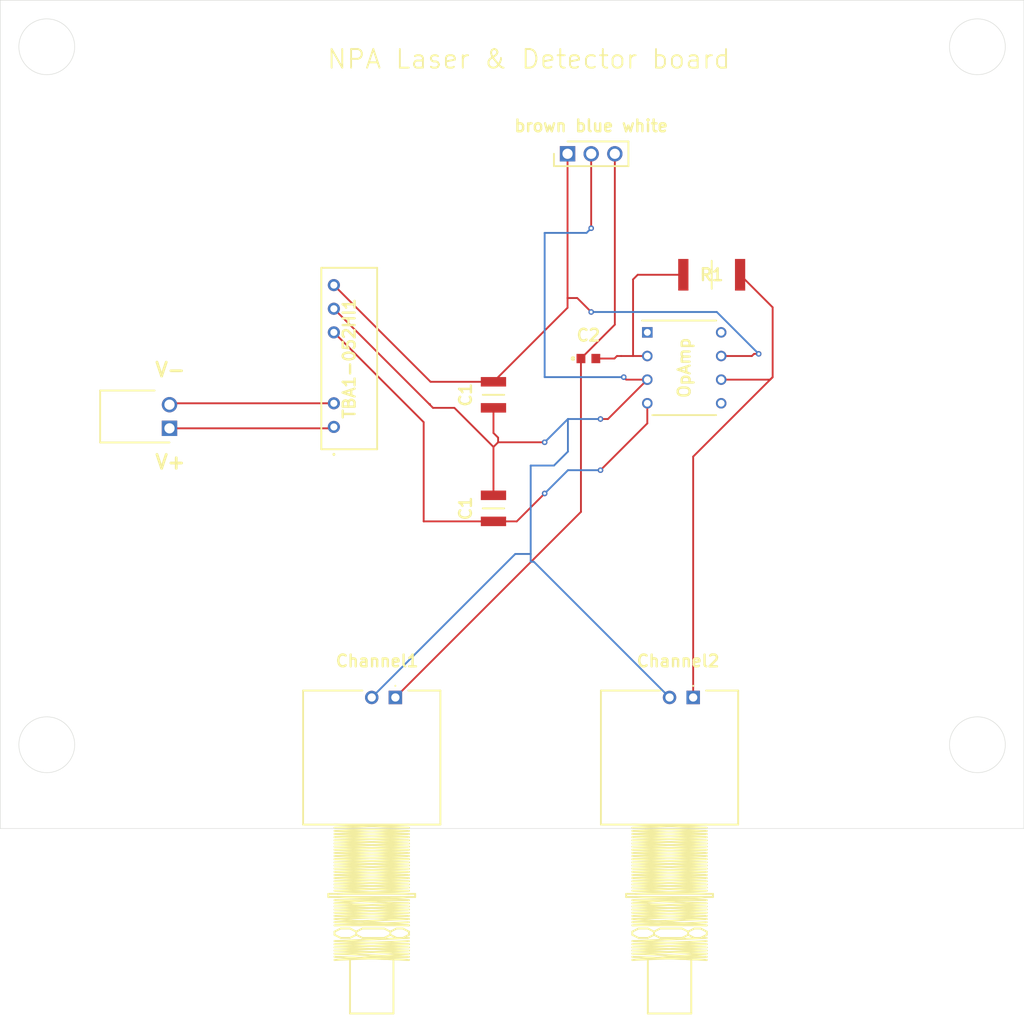
<source format=kicad_pcb>
(kicad_pcb (version 20240108) (generator "pcbnew") (generator_version "8.0")
  (layers (0 "F.Cu" signal) (31 "B.Cu" signal) (34 "B.Paste" user) (35 "F.Paste" user) (36 "B.SilkS" user "B.Silkscreen") (37 "F.SilkS" user "F.Silkscreen") (38 "B.Mask" user) (39 "F.Mask" user) (44 "Edge.Cuts" user))
  (net 0 "")
  (net 1 "Net-(OpAmp1--IN)")
  (net 2 "Net-(OpAmp1-+IN)")
  (net 3 "Net-(OpAmp1-V-)")
  (net 4 "Net-(C2-Pad1)")
  (net 5 "Net-(OpAmp1-OUT)")
  (net 9 "Net-(TBA1-052HI1--VIN_(GND))")
  (net 10 "Net-(TBA1-052HI1-_+VIN_(VCC)_)")
  (footprint "2 pin:RHDRRA2W64P0X254_1X2_558X570X265P" (layer "F.Cu") (at 93.1875 101 90)
    (property "Reference" "J1" (hide yes))
    (property "Value" "BG302-02-A-L-G" (hide yes))
    (fp_line (start 4.06 -7.45) (end 4.06 -1.6) (stroke (width 0.2)) (layer "F.SilkS"))
    (fp_line (start -1.52 -7.45) (end 4.06 -7.45) (stroke (width 0.2)) (layer "F.SilkS"))
    (fp_line (start -1.52 0) (end -1.52 -7.45) (stroke (width 0.2)) (layer "F.SilkS"))
    (pad "1" thru_hole rect (at 0 0 90) (size 1.65 1.65) (drill 1.1) (layers "*.Cu" "*.Mask") (net 10 "Net-(TBA1-052HI1-_+VIN_(VCC)_)"))
    (pad "2" thru_hole circle (at 2.54 0 90) (size 1.65 1.65) (drill 1.1) (layers "*.Cu" "*.Mask") (net 9 "Net-(TBA1-052HI1--VIN_(GND))"))
  )
  (footprint "47 pF KEMET:C0603" (layer "F.Cu") (at 138.2 93.5)
    (property "Reference" "C2" (at 0 -2.5 0) (layer "F.SilkS") (effects (font (size 1.27 1.27) (thickness 0.254))))
    (property "Value" "C0603H470J5GACTU" (hide yes))
    (fp_circle (center -1.65 0) (end -1.65 0.05) (stroke (width 0.2)) (fill none) (layer "F.SilkS"))
    (pad "1" smd rect (at -0.8 0) (size 0.95 1) (layers "F.Cu" "F.Paste" "F.Mask") (net 4 "Net-(C2-Pad1)"))
    (pad "2" smd rect (at 0.8 0) (size 0.95 1) (layers "F.Cu" "F.Paste" "F.Mask") (net 1 "Net-(OpAmp1--IN)"))
  )
  (footprint "Coax:CONBNC002" (layer "F.Cu") (at 117.46 129.92)
    (property "Reference" "Channel1" (at -1.96 -3.92 0) (layer "F.SilkS") (effects (font (size 1.27 1.27) (thickness 0.254))))
    (property "Value" "CONBNC002" (hide yes))
    (fp_line (start -9.915 -0.74) (end -3.54 -0.74) (stroke (width 0.2)) (layer "F.SilkS"))
    (fp_line (start -9.915 13.66) (end -9.915 -0.74) (stroke (width 0.2)) (layer "F.SilkS"))
    (fp_line (start -7.207 21.103) (end -7.207 21.442) (stroke (width 0.2)) (layer "F.SilkS"))
    (fp_line (start -7.207 21.442) (end 2.127 21.442) (stroke (width 0.2)) (layer "F.SilkS"))
    (fp_line (start -6.54 13.998) (end 1.46 14.337) (stroke (width 0.2)) (layer "F.SilkS"))
    (fp_line (start -6.54 14.337) (end 1.46 13.998) (stroke (width 0.2)) (layer "F.SilkS"))
    (fp_line (start -6.54 14.675) (end 1.46 15.013) (stroke (width 0.2)) (layer "F.SilkS"))
    (fp_line (start -6.54 15.013) (end 1.46 14.675) (stroke (width 0.2)) (layer "F.SilkS"))
    (fp_line (start -6.54 15.352) (end 1.46 15.69) (stroke (width 0.2)) (layer "F.SilkS"))
    (fp_line (start -6.54 15.69) (end 1.46 15.352) (stroke (width 0.2)) (layer "F.SilkS"))
    (fp_line (start -6.54 16.028) (end 1.46 16.367) (stroke (width 0.2)) (layer "F.SilkS"))
    (fp_line (start -6.54 16.367) (end 1.46 16.028) (stroke (width 0.2)) (layer "F.SilkS"))
    (fp_line (start -6.54 16.705) (end 1.46 17.043) (stroke (width 0.2)) (layer "F.SilkS"))
    (fp_line (start -6.54 17.043) (end 1.46 16.705) (stroke (width 0.2)) (layer "F.SilkS"))
    (fp_line (start -6.54 17.382) (end 1.46 17.72) (stroke (width 0.2)) (layer "F.SilkS"))
    (fp_line (start -6.54 17.72) (end 1.46 17.382) (stroke (width 0.2)) (layer "F.SilkS"))
    (fp_line (start -6.54 18.058) (end 1.46 18.397) (stroke (width 0.2)) (layer "F.SilkS"))
    (fp_line (start -6.54 18.397) (end 1.46 18.058) (stroke (width 0.2)) (layer "F.SilkS"))
    (fp_line (start -6.54 18.735) (end 1.46 19.073) (stroke (width 0.2)) (layer "F.SilkS"))
    (fp_line (start -6.54 19.073) (end 1.46 18.735) (stroke (width 0.2)) (layer "F.SilkS"))
    (fp_line (start -6.54 19.412) (end 1.46 19.75) (stroke (width 0.2)) (layer "F.SilkS"))
    (fp_line (start -6.54 19.75) (end 1.46 19.412) (stroke (width 0.2)) (layer "F.SilkS"))
    (fp_line (start -6.54 20.088) (end 1.46 20.427) (stroke (width 0.2)) (layer "F.SilkS"))
    (fp_line (start -6.54 20.427) (end 1.46 20.088) (stroke (width 0.2)) (layer "F.SilkS"))
    (fp_line (start -6.54 20.765) (end 1.46 21.103) (stroke (width 0.2)) (layer "F.SilkS"))
    (fp_line (start -6.54 21.78) (end 1.46 21.78) (stroke (width 0.2)) (layer "F.SilkS"))
    (fp_line (start -6.54 22.118) (end 1.46 22.457) (stroke (width 0.2)) (layer "F.SilkS"))
    (fp_line (start -6.54 22.457) (end 1.46 22.118) (stroke (width 0.2)) (layer "F.SilkS"))
    (fp_line (start -6.54 22.795) (end 1.46 23.133) (stroke (width 0.2)) (layer "F.SilkS"))
    (fp_line (start -6.54 23.133) (end 1.46 22.795) (stroke (width 0.2)) (layer "F.SilkS"))
    (fp_line (start -6.54 23.472) (end 1.46 23.81) (stroke (width 0.2)) (layer "F.SilkS"))
    (fp_line (start -6.54 23.81) (end 1.46 23.472) (stroke (width 0.2)) (layer "F.SilkS"))
    (fp_line (start -6.54 24.148) (end 1.46 24.487) (stroke (width 0.2)) (layer "F.SilkS"))
    (fp_line (start -6.54 24.487) (end 1.46 24.487) (stroke (width 0.2)) (layer "F.SilkS"))
    (fp_line (start -6.54 25.163) (end -5.873 24.825) (stroke (width 0.2)) (layer "F.SilkS"))
    (fp_line (start -6.54 25.502) (end -6.54 25.163) (stroke (width 0.2)) (layer "F.SilkS"))
    (fp_line (start -6.54 26.178) (end 1.46 26.517) (stroke (width 0.2)) (layer "F.SilkS"))
    (fp_line (start -6.54 26.517) (end 1.46 26.178) (stroke (width 0.2)) (layer "F.SilkS"))
    (fp_line (start -6.54 26.855) (end 1.46 27.193) (stroke (width 0.2)) (layer "F.SilkS"))
    (fp_line (start -6.54 27.193) (end 1.46 26.855) (stroke (width 0.2)) (layer "F.SilkS"))
    (fp_line (start -6.54 27.532) (end 1.46 27.87) (stroke (width 0.2)) (layer "F.SilkS"))
    (fp_line (start -6.54 27.87) (end 1.46 28.208) (stroke (width 0.2)) (layer "F.SilkS"))
    (fp_line (start -6.54 28.208) (end 1.46 27.532) (stroke (width 0.2)) (layer "F.SilkS"))
    (fp_line (start -6.207 21.103) (end -7.207 21.103) (stroke (width 0.2)) (layer "F.SilkS"))
    (fp_line (start -6.207 21.103) (end 1.46 20.765) (stroke (width 0.2)) (layer "F.SilkS"))
    (fp_line (start -5.873 24.825) (end -4.873 24.825) (stroke (width 0.2)) (layer "F.SilkS"))
    (fp_line (start -5.873 25.84) (end -6.54 25.502) (stroke (width 0.2)) (layer "F.SilkS"))
    (fp_line (start -4.873 24.825) (end -4.207 25.163) (stroke (width 0.2)) (layer "F.SilkS"))
    (fp_line (start -4.873 25.84) (end -5.873 25.84) (stroke (width 0.2)) (layer "F.SilkS"))
    (fp_line (start -4.873 33.96) (end -4.873 28.208) (stroke (width 0.2)) (layer "F.SilkS"))
    (fp_line (start -4.207 25.163) (end -4.207 25.502) (stroke (width 0.2)) (layer "F.SilkS"))
    (fp_line (start -4.207 25.502) (end -4.873 25.84) (stroke (width 0.2)) (layer "F.SilkS"))
    (fp_line (start -4.207 25.502) (end -3.54 25.84) (stroke (width 0.2)) (layer "F.SilkS"))
    (fp_line (start -3.54 24.825) (end -4.207 25.163) (stroke (width 0.2)) (layer "F.SilkS"))
    (fp_line (start -3.54 25.84) (end -1.207 25.84) (stroke (width 0.2)) (layer "F.SilkS"))
    (fp_line (start -1.207 24.825) (end -3.54 24.825) (stroke (width 0.2)) (layer "F.SilkS"))
    (fp_line (start -1.207 25.84) (end -0.54 25.502) (stroke (width 0.2)) (layer "F.SilkS"))
    (fp_line (start -0.54 25.163) (end -1.207 24.825) (stroke (width 0.2)) (layer "F.SilkS"))
    (fp_line (start -0.54 25.502) (end -0.54 25.163) (stroke (width 0.2)) (layer "F.SilkS"))
    (fp_line (start -0.54 25.502) (end 0.127 25.84) (stroke (width 0.2)) (layer "F.SilkS"))
    (fp_line (start -0.207 28.208) (end -0.207 33.96) (stroke (width 0.2)) (layer "F.SilkS"))
    (fp_line (start -0.207 33.96) (end -4.873 33.96) (stroke (width 0.2)) (layer "F.SilkS"))
    (fp_line (start 0 -1.3) (end 0 -1.3) (stroke (width 0.1)) (layer "F.SilkS"))
    (fp_line (start 0 -1.2) (end 0 -1.2) (stroke (width 0.1)) (layer "F.SilkS"))
    (fp_line (start 0.127 24.825) (end -0.54 25.163) (stroke (width 0.2)) (layer "F.SilkS"))
    (fp_line (start 0.127 25.84) (end 0.793 25.84) (stroke (width 0.2)) (layer "F.SilkS"))
    (fp_line (start 0.793 24.825) (end 0.127 24.825) (stroke (width 0.2)) (layer "F.SilkS"))
    (fp_line (start 0.793 25.84) (end 1.46 25.502) (stroke (width 0.2)) (layer "F.SilkS"))
    (fp_line (start 1.393 -0.74) (end 4.835 -0.74) (stroke (width 0.2)) (layer "F.SilkS"))
    (fp_line (start 1.46 13.66) (end -6.54 13.998) (stroke (width 0.2)) (layer "F.SilkS"))
    (fp_line (start 1.46 13.998) (end -6.54 13.66) (stroke (width 0.2)) (layer "F.SilkS"))
    (fp_line (start 1.46 14.337) (end -6.54 14.675) (stroke (width 0.2)) (layer "F.SilkS"))
    (fp_line (start 1.46 14.675) (end -6.54 14.337) (stroke (width 0.2)) (layer "F.SilkS"))
    (fp_line (start 1.46 15.013) (end -6.54 15.352) (stroke (width 0.2)) (layer "F.SilkS"))
    (fp_line (start 1.46 15.352) (end -6.54 15.013) (stroke (width 0.2)) (layer "F.SilkS"))
    (fp_line (start 1.46 15.69) (end -6.54 16.028) (stroke (width 0.2)) (layer "F.SilkS"))
    (fp_line (start 1.46 16.028) (end -6.54 15.69) (stroke (width 0.2)) (layer "F.SilkS"))
    (fp_line (start 1.46 16.367) (end -6.54 16.705) (stroke (width 0.2)) (layer "F.SilkS"))
    (fp_line (start 1.46 16.705) (end -6.54 16.367) (stroke (width 0.2)) (layer "F.SilkS"))
    (fp_line (start 1.46 17.043) (end -6.54 17.382) (stroke (width 0.2)) (layer "F.SilkS"))
    (fp_line (start 1.46 17.382) (end -6.54 17.043) (stroke (width 0.2)) (layer "F.SilkS"))
    (fp_line (start 1.46 17.72) (end -6.54 18.058) (stroke (width 0.2)) (layer "F.SilkS"))
    (fp_line (start 1.46 18.058) (end -6.54 17.72) (stroke (width 0.2)) (layer "F.SilkS"))
    (fp_line (start 1.46 18.397) (end -6.54 18.735) (stroke (width 0.2)) (layer "F.SilkS"))
    (fp_line (start 1.46 18.735) (end -6.54 18.397) (stroke (width 0.2)) (layer "F.SilkS"))
    (fp_line (start 1.46 19.073) (end -6.54 19.412) (stroke (width 0.2)) (layer "F.SilkS"))
    (fp_line (start 1.46 19.412) (end -6.54 19.073) (stroke (width 0.2)) (layer "F.SilkS"))
    (fp_line (start 1.46 19.75) (end -6.54 20.088) (stroke (width 0.2)) (layer "F.SilkS"))
    (fp_line (start 1.46 20.088) (end -6.54 19.75) (stroke (width 0.2)) (layer "F.SilkS"))
    (fp_line (start 1.46 20.427) (end -6.54 20.765) (stroke (width 0.2)) (layer "F.SilkS"))
    (fp_line (start 1.46 20.765) (end -6.54 20.427) (stroke (width 0.2)) (layer "F.SilkS"))
    (fp_line (start 1.46 21.442) (end -6.54 22.118) (stroke (width 0.2)) (layer "F.SilkS"))
    (fp_line (start 1.46 21.78) (end -6.54 21.442) (stroke (width 0.2)) (layer "F.SilkS"))
    (fp_line (start 1.46 22.118) (end -6.54 21.78) (stroke (width 0.2)) (layer "F.SilkS"))
    (fp_line (start 1.46 22.457) (end -6.54 22.795) (stroke (width 0.2)) (layer "F.SilkS"))
    (fp_line (start 1.46 22.795) (end -6.54 22.457) (stroke (width 0.2)) (layer "F.SilkS"))
    (fp_line (start 1.46 23.133) (end -6.54 23.472) (stroke (width 0.2)) (layer "F.SilkS"))
    (fp_line (start 1.46 23.472) (end -6.54 23.133) (stroke (width 0.2)) (layer "F.SilkS"))
    (fp_line (start 1.46 23.81) (end -6.54 24.148) (stroke (width 0.2)) (layer "F.SilkS"))
    (fp_line (start 1.46 24.148) (end -6.54 24.487) (stroke (width 0.2)) (layer "F.SilkS"))
    (fp_line (start 1.46 24.487) (end -6.54 23.81) (stroke (width 0.2)) (layer "F.SilkS"))
    (fp_line (start 1.46 25.163) (end 0.793 24.825) (stroke (width 0.2)) (layer "F.SilkS"))
    (fp_line (start 1.46 25.502) (end 1.46 25.163) (stroke (width 0.2)) (layer "F.SilkS"))
    (fp_line (start 1.46 25.84) (end -6.54 26.178) (stroke (width 0.2)) (layer "F.SilkS"))
    (fp_line (start 1.46 26.517) (end -6.54 26.855) (stroke (width 0.2)) (layer "F.SilkS"))
    (fp_line (start 1.46 26.855) (end -6.54 26.517) (stroke (width 0.2)) (layer "F.SilkS"))
    (fp_line (start 1.46 27.193) (end -6.54 27.532) (stroke (width 0.2)) (layer "F.SilkS"))
    (fp_line (start 1.46 27.532) (end -6.54 27.193) (stroke (width 0.2)) (layer "F.SilkS"))
    (fp_line (start 1.46 27.87) (end -6.54 28.208) (stroke (width 0.2)) (layer "F.SilkS"))
    (fp_line (start 1.46 28.208) (end -6.54 27.87) (stroke (width 0.2)) (layer "F.SilkS"))
    (fp_line (start 2.127 21.103) (end -6.207 21.103) (stroke (width 0.2)) (layer "F.SilkS"))
    (fp_line (start 2.127 21.442) (end 2.127 21.103) (stroke (width 0.2)) (layer "F.SilkS"))
    (fp_line (start 4.835 -0.74) (end 4.835 13.66) (stroke (width 0.2)) (layer "F.SilkS"))
    (fp_line (start 4.835 13.66) (end -9.915 13.66) (stroke (width 0.2)) (layer "F.SilkS"))
    (fp_arc (start 0 -1.3) (mid 0.05 -1.25) (end 0 -1.2) (stroke (width 0.1)) (layer "F.SilkS"))
    (fp_arc (start 0 -1.2) (mid -0.05 -1.25) (end 0 -1.3) (stroke (width 0.1)) (layer "F.SilkS"))
    (pad "" np_thru_hole circle (at -7.62 5.08) (size 2 2) (drill 2) (layers "*.Cu" "*.Mask"))
    (pad "" np_thru_hole circle (at 2.54 5.08) (size 2 2) (drill 2) (layers "*.Cu" "*.Mask"))
    (pad "1" thru_hole rect (at 0 0) (size 1.446 1.446) (drill 0.89) (layers "*.Cu" "*.Mask") (net 4 "Net-(C2-Pad1)"))
    (pad "2" thru_hole circle (at -2.54 0) (size 1.446 1.446) (drill 0.89) (layers "*.Cu" "*.Mask") (net 2 "Net-(OpAmp1-+IN)"))
  )
  (footprint "1 MOhms R:RESC6432X65N" (layer "F.Cu") (at 151.45 84.5)
    (property "Reference" "R1" (at 0 0 0) (layer "F.SilkS") (effects (font (size 1.27 1.27) (thickness 0.254))))
    (property "Value" "CRGP2512F1M0" (hide yes))
    (fp_line (start 0 -1.5) (end 0 1.5) (stroke (width 0.2)) (layer "F.SilkS"))
    (pad "1" smd rect (at -3.05 0) (size 1.1 3.4) (layers "F.Cu" "F.Paste" "F.Mask") (net 1 "Net-(OpAmp1--IN)"))
    (pad "2" smd rect (at 3.05 0) (size 1.1 3.4) (layers "F.Cu" "F.Paste" "F.Mask") (net 5 "Net-(OpAmp1-OUT)"))
  )
  (footprint "3 pin:HDRV3W64P0X254_1X3_762X250X724P" (layer "F.Cu") (at 135.96 71.5)
    (property "Reference" "brown blue white" (at 2.54 -3 0) (layer "F.SilkS") (effects (font (size 1.27 1.27) (thickness 0.254))))
    (property "Value" "BG030-03-A-0450-0300-N-G" (hide yes))
    (fp_line (start -1.46 0) (end -1.46 1.325) (stroke (width 0.2)) (layer "F.SilkS"))
    (fp_line (start -1.46 1.325) (end 6.54 1.325) (stroke (width 0.2)) (layer "F.SilkS"))
    (fp_line (start 6.54 -1.325) (end 0 -1.325) (stroke (width 0.2)) (layer "F.SilkS"))
    (fp_line (start 6.54 1.325) (end 6.54 -1.325) (stroke (width 0.2)) (layer "F.SilkS"))
    (pad "1" thru_hole rect (at 0 0) (size 1.65 1.65) (drill 1.1) (layers "*.Cu" "*.Mask") (net 2 "Net-(OpAmp1-+IN)"))
    (pad "2" thru_hole circle (at 2.54 0) (size 1.65 1.65) (drill 1.1) (layers "*.Cu" "*.Mask") (net 2 "Net-(OpAmp1-+IN)"))
    (pad "3" thru_hole circle (at 5.08 0) (size 1.65 1.65) (drill 1.1) (layers "*.Cu" "*.Mask") (net 4 "Net-(C2-Pad1)"))
  )
  (footprint "Coax:CONBNC002" (layer "F.Cu") (at 149.46 129.92)
    (property "Reference" "Channel2" (at -1.62 -3.92 0) (layer "F.SilkS") (effects (font (size 1.27 1.27) (thickness 0.254))))
    (property "Value" "CONBNC002" (hide yes))
    (fp_line (start -9.915 -0.74) (end -3.54 -0.74) (stroke (width 0.2)) (layer "F.SilkS"))
    (fp_line (start -9.915 13.66) (end -9.915 -0.74) (stroke (width 0.2)) (layer "F.SilkS"))
    (fp_line (start -7.207 21.103) (end -7.207 21.442) (stroke (width 0.2)) (layer "F.SilkS"))
    (fp_line (start -7.207 21.442) (end 2.127 21.442) (stroke (width 0.2)) (layer "F.SilkS"))
    (fp_line (start -6.54 13.998) (end 1.46 14.337) (stroke (width 0.2)) (layer "F.SilkS"))
    (fp_line (start -6.54 14.337) (end 1.46 13.998) (stroke (width 0.2)) (layer "F.SilkS"))
    (fp_line (start -6.54 14.675) (end 1.46 15.013) (stroke (width 0.2)) (layer "F.SilkS"))
    (fp_line (start -6.54 15.013) (end 1.46 14.675) (stroke (width 0.2)) (layer "F.SilkS"))
    (fp_line (start -6.54 15.352) (end 1.46 15.69) (stroke (width 0.2)) (layer "F.SilkS"))
    (fp_line (start -6.54 15.69) (end 1.46 15.352) (stroke (width 0.2)) (layer "F.SilkS"))
    (fp_line (start -6.54 16.028) (end 1.46 16.367) (stroke (width 0.2)) (layer "F.SilkS"))
    (fp_line (start -6.54 16.367) (end 1.46 16.028) (stroke (width 0.2)) (layer "F.SilkS"))
    (fp_line (start -6.54 16.705) (end 1.46 17.043) (stroke (width 0.2)) (layer "F.SilkS"))
    (fp_line (start -6.54 17.043) (end 1.46 16.705) (stroke (width 0.2)) (layer "F.SilkS"))
    (fp_line (start -6.54 17.382) (end 1.46 17.72) (stroke (width 0.2)) (layer "F.SilkS"))
    (fp_line (start -6.54 17.72) (end 1.46 17.382) (stroke (width 0.2)) (layer "F.SilkS"))
    (fp_line (start -6.54 18.058) (end 1.46 18.397) (stroke (width 0.2)) (layer "F.SilkS"))
    (fp_line (start -6.54 18.397) (end 1.46 18.058) (stroke (width 0.2)) (layer "F.SilkS"))
    (fp_line (start -6.54 18.735) (end 1.46 19.073) (stroke (width 0.2)) (layer "F.SilkS"))
    (fp_line (start -6.54 19.073) (end 1.46 18.735) (stroke (width 0.2)) (layer "F.SilkS"))
    (fp_line (start -6.54 19.412) (end 1.46 19.75) (stroke (width 0.2)) (layer "F.SilkS"))
    (fp_line (start -6.54 19.75) (end 1.46 19.412) (stroke (width 0.2)) (layer "F.SilkS"))
    (fp_line (start -6.54 20.088) (end 1.46 20.427) (stroke (width 0.2)) (layer "F.SilkS"))
    (fp_line (start -6.54 20.427) (end 1.46 20.088) (stroke (width 0.2)) (layer "F.SilkS"))
    (fp_line (start -6.54 20.765) (end 1.46 21.103) (stroke (width 0.2)) (layer "F.SilkS"))
    (fp_line (start -6.54 21.78) (end 1.46 21.78) (stroke (width 0.2)) (layer "F.SilkS"))
    (fp_line (start -6.54 22.118) (end 1.46 22.457) (stroke (width 0.2)) (layer "F.SilkS"))
    (fp_line (start -6.54 22.457) (end 1.46 22.118) (stroke (width 0.2)) (layer "F.SilkS"))
    (fp_line (start -6.54 22.795) (end 1.46 23.133) (stroke (width 0.2)) (layer "F.SilkS"))
    (fp_line (start -6.54 23.133) (end 1.46 22.795) (stroke (width 0.2)) (layer "F.SilkS"))
    (fp_line (start -6.54 23.472) (end 1.46 23.81) (stroke (width 0.2)) (layer "F.SilkS"))
    (fp_line (start -6.54 23.81) (end 1.46 23.472) (stroke (width 0.2)) (layer "F.SilkS"))
    (fp_line (start -6.54 24.148) (end 1.46 24.487) (stroke (width 0.2)) (layer "F.SilkS"))
    (fp_line (start -6.54 24.487) (end 1.46 24.487) (stroke (width 0.2)) (layer "F.SilkS"))
    (fp_line (start -6.54 25.163) (end -5.873 24.825) (stroke (width 0.2)) (layer "F.SilkS"))
    (fp_line (start -6.54 25.502) (end -6.54 25.163) (stroke (width 0.2)) (layer "F.SilkS"))
    (fp_line (start -6.54 26.178) (end 1.46 26.517) (stroke (width 0.2)) (layer "F.SilkS"))
    (fp_line (start -6.54 26.517) (end 1.46 26.178) (stroke (width 0.2)) (layer "F.SilkS"))
    (fp_line (start -6.54 26.855) (end 1.46 27.193) (stroke (width 0.2)) (layer "F.SilkS"))
    (fp_line (start -6.54 27.193) (end 1.46 26.855) (stroke (width 0.2)) (layer "F.SilkS"))
    (fp_line (start -6.54 27.532) (end 1.46 27.87) (stroke (width 0.2)) (layer "F.SilkS"))
    (fp_line (start -6.54 27.87) (end 1.46 28.208) (stroke (width 0.2)) (layer "F.SilkS"))
    (fp_line (start -6.54 28.208) (end 1.46 27.532) (stroke (width 0.2)) (layer "F.SilkS"))
    (fp_line (start -6.207 21.103) (end -7.207 21.103) (stroke (width 0.2)) (layer "F.SilkS"))
    (fp_line (start -6.207 21.103) (end 1.46 20.765) (stroke (width 0.2)) (layer "F.SilkS"))
    (fp_line (start -5.873 24.825) (end -4.873 24.825) (stroke (width 0.2)) (layer "F.SilkS"))
    (fp_line (start -5.873 25.84) (end -6.54 25.502) (stroke (width 0.2)) (layer "F.SilkS"))
    (fp_line (start -4.873 24.825) (end -4.207 25.163) (stroke (width 0.2)) (layer "F.SilkS"))
    (fp_line (start -4.873 25.84) (end -5.873 25.84) (stroke (width 0.2)) (layer "F.SilkS"))
    (fp_line (start -4.873 33.96) (end -4.873 28.208) (stroke (width 0.2)) (layer "F.SilkS"))
    (fp_line (start -4.207 25.163) (end -4.207 25.502) (stroke (width 0.2)) (layer "F.SilkS"))
    (fp_line (start -4.207 25.502) (end -4.873 25.84) (stroke (width 0.2)) (layer "F.SilkS"))
    (fp_line (start -4.207 25.502) (end -3.54 25.84) (stroke (width 0.2)) (layer "F.SilkS"))
    (fp_line (start -3.54 24.825) (end -4.207 25.163) (stroke (width 0.2)) (layer "F.SilkS"))
    (fp_line (start -3.54 25.84) (end -1.207 25.84) (stroke (width 0.2)) (layer "F.SilkS"))
    (fp_line (start -1.207 24.825) (end -3.54 24.825) (stroke (width 0.2)) (layer "F.SilkS"))
    (fp_line (start -1.207 25.84) (end -0.54 25.502) (stroke (width 0.2)) (layer "F.SilkS"))
    (fp_line (start -0.54 25.163) (end -1.207 24.825) (stroke (width 0.2)) (layer "F.SilkS"))
    (fp_line (start -0.54 25.502) (end -0.54 25.163) (stroke (width 0.2)) (layer "F.SilkS"))
    (fp_line (start -0.54 25.502) (end 0.127 25.84) (stroke (width 0.2)) (layer "F.SilkS"))
    (fp_line (start -0.207 28.208) (end -0.207 33.96) (stroke (width 0.2)) (layer "F.SilkS"))
    (fp_line (start -0.207 33.96) (end -4.873 33.96) (stroke (width 0.2)) (layer "F.SilkS"))
    (fp_line (start 0 -1.3) (end 0 -1.3) (stroke (width 0.1)) (layer "F.SilkS"))
    (fp_line (start 0 -1.2) (end 0 -1.2) (stroke (width 0.1)) (layer "F.SilkS"))
    (fp_line (start 0.127 24.825) (end -0.54 25.163) (stroke (width 0.2)) (layer "F.SilkS"))
    (fp_line (start 0.127 25.84) (end 0.793 25.84) (stroke (width 0.2)) (layer "F.SilkS"))
    (fp_line (start 0.793 24.825) (end 0.127 24.825) (stroke (width 0.2)) (layer "F.SilkS"))
    (fp_line (start 0.793 25.84) (end 1.46 25.502) (stroke (width 0.2)) (layer "F.SilkS"))
    (fp_line (start 1.393 -0.74) (end 4.835 -0.74) (stroke (width 0.2)) (layer "F.SilkS"))
    (fp_line (start 1.46 13.66) (end -6.54 13.998) (stroke (width 0.2)) (layer "F.SilkS"))
    (fp_line (start 1.46 13.998) (end -6.54 13.66) (stroke (width 0.2)) (layer "F.SilkS"))
    (fp_line (start 1.46 14.337) (end -6.54 14.675) (stroke (width 0.2)) (layer "F.SilkS"))
    (fp_line (start 1.46 14.675) (end -6.54 14.337) (stroke (width 0.2)) (layer "F.SilkS"))
    (fp_line (start 1.46 15.013) (end -6.54 15.352) (stroke (width 0.2)) (layer "F.SilkS"))
    (fp_line (start 1.46 15.352) (end -6.54 15.013) (stroke (width 0.2)) (layer "F.SilkS"))
    (fp_line (start 1.46 15.69) (end -6.54 16.028) (stroke (width 0.2)) (layer "F.SilkS"))
    (fp_line (start 1.46 16.028) (end -6.54 15.69) (stroke (width 0.2)) (layer "F.SilkS"))
    (fp_line (start 1.46 16.367) (end -6.54 16.705) (stroke (width 0.2)) (layer "F.SilkS"))
    (fp_line (start 1.46 16.705) (end -6.54 16.367) (stroke (width 0.2)) (layer "F.SilkS"))
    (fp_line (start 1.46 17.043) (end -6.54 17.382) (stroke (width 0.2)) (layer "F.SilkS"))
    (fp_line (start 1.46 17.382) (end -6.54 17.043) (stroke (width 0.2)) (layer "F.SilkS"))
    (fp_line (start 1.46 17.72) (end -6.54 18.058) (stroke (width 0.2)) (layer "F.SilkS"))
    (fp_line (start 1.46 18.058) (end -6.54 17.72) (stroke (width 0.2)) (layer "F.SilkS"))
    (fp_line (start 1.46 18.397) (end -6.54 18.735) (stroke (width 0.2)) (layer "F.SilkS"))
    (fp_line (start 1.46 18.735) (end -6.54 18.397) (stroke (width 0.2)) (layer "F.SilkS"))
    (fp_line (start 1.46 19.073) (end -6.54 19.412) (stroke (width 0.2)) (layer "F.SilkS"))
    (fp_line (start 1.46 19.412) (end -6.54 19.073) (stroke (width 0.2)) (layer "F.SilkS"))
    (fp_line (start 1.46 19.75) (end -6.54 20.088) (stroke (width 0.2)) (layer "F.SilkS"))
    (fp_line (start 1.46 20.088) (end -6.54 19.75) (stroke (width 0.2)) (layer "F.SilkS"))
    (fp_line (start 1.46 20.427) (end -6.54 20.765) (stroke (width 0.2)) (layer "F.SilkS"))
    (fp_line (start 1.46 20.765) (end -6.54 20.427) (stroke (width 0.2)) (layer "F.SilkS"))
    (fp_line (start 1.46 21.442) (end -6.54 22.118) (stroke (width 0.2)) (layer "F.SilkS"))
    (fp_line (start 1.46 21.78) (end -6.54 21.442) (stroke (width 0.2)) (layer "F.SilkS"))
    (fp_line (start 1.46 22.118) (end -6.54 21.78) (stroke (width 0.2)) (layer "F.SilkS"))
    (fp_line (start 1.46 22.457) (end -6.54 22.795) (stroke (width 0.2)) (layer "F.SilkS"))
    (fp_line (start 1.46 22.795) (end -6.54 22.457) (stroke (width 0.2)) (layer "F.SilkS"))
    (fp_line (start 1.46 23.133) (end -6.54 23.472) (stroke (width 0.2)) (layer "F.SilkS"))
    (fp_line (start 1.46 23.472) (end -6.54 23.133) (stroke (width 0.2)) (layer "F.SilkS"))
    (fp_line (start 1.46 23.81) (end -6.54 24.148) (stroke (width 0.2)) (layer "F.SilkS"))
    (fp_line (start 1.46 24.148) (end -6.54 24.487) (stroke (width 0.2)) (layer "F.SilkS"))
    (fp_line (start 1.46 24.487) (end -6.54 23.81) (stroke (width 0.2)) (layer "F.SilkS"))
    (fp_line (start 1.46 25.163) (end 0.793 24.825) (stroke (width 0.2)) (layer "F.SilkS"))
    (fp_line (start 1.46 25.502) (end 1.46 25.163) (stroke (width 0.2)) (layer "F.SilkS"))
    (fp_line (start 1.46 25.84) (end -6.54 26.178) (stroke (width 0.2)) (layer "F.SilkS"))
    (fp_line (start 1.46 26.517) (end -6.54 26.855) (stroke (width 0.2)) (layer "F.SilkS"))
    (fp_line (start 1.46 26.855) (end -6.54 26.517) (stroke (width 0.2)) (layer "F.SilkS"))
    (fp_line (start 1.46 27.193) (end -6.54 27.532) (stroke (width 0.2)) (layer "F.SilkS"))
    (fp_line (start 1.46 27.532) (end -6.54 27.193) (stroke (width 0.2)) (layer "F.SilkS"))
    (fp_line (start 1.46 27.87) (end -6.54 28.208) (stroke (width 0.2)) (layer "F.SilkS"))
    (fp_line (start 1.46 28.208) (end -6.54 27.87) (stroke (width 0.2)) (layer "F.SilkS"))
    (fp_line (start 2.127 21.103) (end -6.207 21.103) (stroke (width 0.2)) (layer "F.SilkS"))
    (fp_line (start 2.127 21.442) (end 2.127 21.103) (stroke (width 0.2)) (layer "F.SilkS"))
    (fp_line (start 4.835 -0.74) (end 4.835 13.66) (stroke (width 0.2)) (layer "F.SilkS"))
    (fp_line (start 4.835 13.66) (end -9.915 13.66) (stroke (width 0.2)) (layer "F.SilkS"))
    (fp_arc (start 0 -1.3) (mid 0.05 -1.25) (end 0 -1.2) (stroke (width 0.1)) (layer "F.SilkS"))
    (fp_arc (start 0 -1.2) (mid -0.05 -1.25) (end 0 -1.3) (stroke (width 0.1)) (layer "F.SilkS"))
    (pad "" np_thru_hole circle (at -7.62 5.08) (size 2 2) (drill 2) (layers "*.Cu" "*.Mask"))
    (pad "" np_thru_hole circle (at 2.54 5.08) (size 2 2) (drill 2) (layers "*.Cu" "*.Mask"))
    (pad "1" thru_hole rect (at 0 0) (size 1.446 1.446) (drill 0.89) (layers "*.Cu" "*.Mask") (net 5 "Net-(OpAmp1-OUT)"))
    (pad "2" thru_hole circle (at -2.54 0) (size 1.446 1.446) (drill 0.89) (layers "*.Cu" "*.Mask") (net 2 "Net-(OpAmp1-+IN)"))
  )
  (footprint "1C:CAPC3225X279N" (layer "F.Cu") (at 128 97.4 -90)
    (property "Reference" "C1" (at 0 3 90) (layer "F.SilkS") (effects (font (size 1.27 1.27) (thickness 0.254))))
    (property "Value" "12103C106K4Z2A" (hide yes))
    (fp_line (start 0 -1.15) (end 0 1.15) (stroke (width 0.2)) (layer "F.SilkS"))
    (pad "1" smd rect (at -1.4 0 270) (size 1.02 2.72) (layers "F.Cu" "F.Paste" "F.Mask") (net 2 "Net-(OpAmp1-+IN)"))
    (pad "2" smd rect (at 1.4 0 270) (size 1.02 2.72) (layers "F.Cu" "F.Paste" "F.Mask") (net 2 "Net-(OpAmp1-+IN)"))
  )
  (footprint "1C:CAPC3225X279N" (layer "F.Cu") (at 128 109.6 -90)
    (property "Reference" "C1" (at 0 3 90) (layer "F.SilkS") (effects (font (size 1.27 1.27) (thickness 0.254))))
    (property "Value" "12103C106K4Z2A" (hide yes))
    (fp_line (start 0 -1.15) (end 0 1.15) (stroke (width 0.2)) (layer "F.SilkS"))
    (pad "1" smd rect (at -1.4 0 270) (size 1.02 2.72) (layers "F.Cu" "F.Paste" "F.Mask") (net 2 "Net-(OpAmp1-+IN)"))
    (pad "2" smd rect (at 1.4 0 270) (size 1.02 2.72) (layers "F.Cu" "F.Paste" "F.Mask") (net 3 "Net-(OpAmp1-V-)"))
  )
  (footprint "5V-5V:TBA10521HI" (layer "F.Cu") (at 110.85 100.85 90)
    (property "Reference" "TBA1-052HI1" (at 7.35 1.65 -90) (layer "F.SilkS") (effects (font (size 1.27 1.27) (thickness 0.254))))
    (property "Value" "TBA_1-0521HI" (hide yes))
    (fp_line (start 17.1 -1.35) (end 17.1 4.65) (stroke (width 0.2)) (layer "F.SilkS"))
    (fp_line (start -2.4 -1.35) (end 17.1 -1.35) (stroke (width 0.2)) (layer "F.SilkS"))
    (fp_line (start -2.9 0) (end -2.9 0) (stroke (width 0.2)) (layer "F.SilkS"))
    (fp_line (start -3 0) (end -3 0) (stroke (width 0.2)) (layer "F.SilkS"))
    (fp_line (start -3 0) (end -3 0) (stroke (width 0.2)) (layer "F.SilkS"))
    (fp_line (start 17.1 4.65) (end -2.4 4.65) (stroke (width 0.2)) (layer "F.SilkS"))
    (fp_line (start -2.4 4.65) (end -2.4 -1.35) (stroke (width 0.2)) (layer "F.SilkS"))
    (fp_arc (start -2.9 0) (mid -2.95 0.05) (end -3 0) (stroke (width 0.2)) (layer "F.SilkS"))
    (fp_arc (start -2.9 0) (mid -2.95 0.05) (end -3 0) (stroke (width 0.2)) (layer "F.SilkS"))
    (fp_arc (start -3 0) (mid -2.95 -0.05) (end -2.9 0) (stroke (width 0.2)) (layer "F.SilkS"))
    (pad "1" thru_hole circle (at 0 0 90) (size 1.303 1.303) (drill 0.76) (layers "*.Cu" "*.Mask") (net 10 "Net-(TBA1-052HI1-_+VIN_(VCC)_)"))
    (pad "2" thru_hole circle (at 2.54 0 90) (size 1.303 1.303) (drill 0.76) (layers "*.Cu" "*.Mask") (net 9 "Net-(TBA1-052HI1--VIN_(GND))"))
    (pad "5" thru_hole circle (at 10.16 0 90) (size 1.303 1.303) (drill 0.76) (layers "*.Cu" "*.Mask") (net 3 "Net-(OpAmp1-V-)"))
    (pad "6" thru_hole circle (at 12.7 0 90) (size 1.303 1.303) (drill 0.76) (layers "*.Cu" "*.Mask") (net 2 "Net-(OpAmp1-+IN)"))
    (pad "7" thru_hole circle (at 15.24 0 90) (size 1.303 1.303) (drill 0.76) (layers "*.Cu" "*.Mask") (net 2 "Net-(OpAmp1-+IN)"))
  )
  (footprint "LT1115CN8:DIP794W53P254L1016H394Q8N" (layer "F.Cu") (at 148.5 94.5)
    (property "Reference" "OpAmp" (at 0 0 -90) (layer "F.SilkS") (effects (font (size 1.27 1.27) (thickness 0.254))))
    (property "Value" "LT1115CN8#PBF" (hide yes))
    (fp_line (start -4.535 -5.08) (end 3.429 -5.08) (stroke (width 0.2)) (layer "F.SilkS"))
    (fp_line (start -3.429 5.08) (end 3.429 5.08) (stroke (width 0.2)) (layer "F.SilkS"))
    (pad "1" thru_hole rect (at -3.969 -3.81) (size 1.133 1.133) (drill 0.733) (layers "*.Cu" "*.Mask"))
    (pad "2" thru_hole circle (at -3.969 -1.27) (size 1.133 1.133) (drill 0.733) (layers "*.Cu" "*.Mask") (net 1 "Net-(OpAmp1--IN)"))
    (pad "3" thru_hole circle (at -3.969 1.27) (size 1.133 1.133) (drill 0.733) (layers "*.Cu" "*.Mask") (net 2 "Net-(OpAmp1-+IN)"))
    (pad "4" thru_hole circle (at -3.969 3.81) (size 1.133 1.133) (drill 0.733) (layers "*.Cu" "*.Mask") (net 3 "Net-(OpAmp1-V-)"))
    (pad "5" thru_hole circle (at 3.969 3.81) (size 1.133 1.133) (drill 0.733) (layers "*.Cu" "*.Mask"))
    (pad "6" thru_hole circle (at 3.969 1.27) (size 1.133 1.133) (drill 0.733) (layers "*.Cu" "*.Mask") (net 5 "Net-(OpAmp1-OUT)"))
    (pad "7" thru_hole circle (at 3.969 -1.27) (size 1.133 1.133) (drill 0.733) (layers "*.Cu" "*.Mask") (net 2 "Net-(OpAmp1-+IN)"))
    (pad "8" thru_hole circle (at 3.969 -3.81) (size 1.133 1.133) (drill 0.733) (layers "*.Cu" "*.Mask"))
  )
  (gr_line (start 185 144) (end 75 144) (stroke (width 0.05)) (layer "Edge.Cuts"))
  (gr_circle (center 180 135) (end 183 135) (stroke (width 0.05)) (fill none) (layer "Edge.Cuts"))
  (gr_circle (center 80 135) (end 83 135) (stroke (width 0.05)) (fill none) (layer "Edge.Cuts"))
  (gr_circle (center 180 60) (end 183 60) (stroke (width 0.05)) (fill none) (layer "Edge.Cuts"))
  (gr_circle (center 80 60) (end 83 60) (stroke (width 0.05)) (fill none) (layer "Edge.Cuts"))
  (gr_line (start 75 144) (end 75 55) (stroke (width 0.05)) (layer "Edge.Cuts"))
  (gr_line (start 185 55) (end 185 144) (stroke (width 0.05)) (layer "Edge.Cuts"))
  (gr_line (start 185 55) (end 75 55) (stroke (width 0.05)) (layer "Edge.Cuts"))
  (gr_text "V+" (at 91.5 105.5 0) (layer "F.SilkS") (effects (font (size 1.5 1.5) (thickness 0.3) (bold yes)) (justify left bottom)))
  (gr_text "V-\n\n" (at 91.5 98 0) (layer "F.SilkS") (effects (font (size 1.5 1.5) (thickness 0.3) (bold yes)) (justify left bottom)))
  (gr_text "NPA Laser & Detector board" (at 110 62.5 0) (layer "F.SilkS") (effects (font (size 2 2) (thickness 0.2) (bold yes)) (justify left bottom)))
  (segment (start 141.73 93.23) (end 141.27 93.23) (width 0.2) (layer "F.Cu") (net 1))
  (segment (start 141.73 93.23) (end 143 93.23) (width 0.2) (layer "F.Cu") (net 1))
  (segment (start 141.27 93.23) (end 141 93.5) (width 0.2) (layer "F.Cu") (net 1))
  (segment (start 143.5 84.5) (end 143 85) (width 0.2) (layer "F.Cu") (net 1))
  (segment (start 143 85) (end 143 93.23) (width 0.2) (layer "F.Cu") (net 1))
  (segment (start 143 93.23) (end 144.531 93.23) (width 0.2) (layer "F.Cu") (net 1))
  (segment (start 141 93.5) (end 139 93.5) (width 0.2) (layer "F.Cu") (net 1))
  (segment (start 148.4 84.5) (end 143.5 84.5) (width 0.2) (layer "F.Cu") (net 1))
  (segment (start 137 87) (end 135.96 87) (width 0.2) (layer "F.Cu") (net 2))
  (segment (start 135.96 87) (end 135.96 71.5) (width 0.2) (layer "F.Cu") (net 2))
  (segment (start 121.5 98.8) (end 123.8 98.8) (width 0.2) (layer "F.Cu") (net 2))
  (segment (start 138.5 88.5) (end 137 87) (width 0.2) (layer "F.Cu") (net 2))
  (segment (start 128 101.5) (end 128 98.8) (width 0.2) (layer "F.Cu") (net 2))
  (segment (start 128.5 102) (end 128 101.5) (width 0.2) (layer "F.Cu") (net 2))
  (segment (start 128 108.2) (end 128 103) (width 0.2) (layer "F.Cu") (net 2))
  (segment (start 140.301 100) (end 139.5 100) (width 0.2) (layer "F.Cu") (net 2))
  (segment (start 133.5 102.5) (end 128.5 102.5) (width 0.2) (layer "F.Cu") (net 2))
  (segment (start 156 93) (end 155.77 93.23) (width 0.2) (layer "F.Cu") (net 2))
  (segment (start 110.85 85.61) (end 121.24 96) (width 0.2) (layer "F.Cu") (net 2))
  (segment (start 128.5 102.5) (end 128 103) (width 0.2) (layer "F.Cu") (net 2))
  (segment (start 121.14 98.44) (end 121.18 98.4) (width 0.2) (layer "F.Cu") (net 2))
  (segment (start 144.531 95.77) (end 142.27 95.77) (width 0.2) (layer "F.Cu") (net 2))
  (segment (start 138.5 79.5) (end 138.5 71.5) (width 0.2) (layer "F.Cu") (net 2))
  (segment (start 123.8 98.8) (end 128 103) (width 0.2) (layer "F.Cu") (net 2))
  (segment (start 121.14 98.44) (end 121.5 98.8) (width 0.2) (layer "F.Cu") (net 2))
  (segment (start 156.5 93) (end 156 93) (width 0.2) (layer "F.Cu") (net 2))
  (segment (start 142.27 95.77) (end 142 95.5) (width 0.2) (layer "F.Cu") (net 2))
  (segment (start 155.77 93.23) (end 152.469 93.23) (width 0.2) (layer "F.Cu") (net 2))
  (segment (start 110.85 88.15) (end 121.14 98.44) (width 0.2) (layer "F.Cu") (net 2))
  (segment (start 135.96 88.04) (end 128 96) (width 0.2) (layer "F.Cu") (net 2))
  (segment (start 128.5 102.5) (end 128.5 102) (width 0.2) (layer "F.Cu") (net 2))
  (segment (start 144.531 95.77) (end 140.301 100) (width 0.2) (layer "F.Cu") (net 2))
  (segment (start 121.24 96) (end 128 96) (width 0.2) (layer "F.Cu") (net 2))
  (segment (start 135.96 87) (end 135.96 88.04) (width 0.2) (layer "F.Cu") (net 2))
  (via (at 156.5 93) (size 0.6) (drill 0.3) (layers "F.Cu" "B.Cu") (net 2))
  (via (at 138.5 79.5) (size 0.6) (drill 0.3) (layers "F.Cu" "B.Cu") (net 2))
  (via (at 142 95.5) (size 0.6) (drill 0.3) (layers "F.Cu" "B.Cu") (net 2))
  (via (at 138.5 88.5) (size 0.6) (drill 0.3) (layers "F.Cu" "B.Cu") (net 2))
  (via (at 133.5 102.5) (size 0.6) (drill 0.3) (layers "F.Cu" "B.Cu") (net 2))
  (via (at 139.5 100) (size 0.6) (drill 0.3) (layers "F.Cu" "B.Cu") (net 2))
  (segment (start 139.5 100) (end 136 100) (width 0.2) (layer "B.Cu") (net 2))
  (segment (start 142 95.5) (end 133.5 95.5) (width 0.2) (layer "B.Cu") (net 2))
  (segment (start 132 114.5) (end 130.34 114.5) (width 0.2) (layer "B.Cu") (net 2))
  (segment (start 134.5 105) (end 136 103.5) (width 0.2) (layer "B.Cu") (net 2))
  (segment (start 136 103.5) (end 136 100) (width 0.2) (layer "B.Cu") (net 2))
  (segment (start 130.34 114.5) (end 114.92 129.92) (width 0.2) (layer "B.Cu") (net 2))
  (segment (start 132 105) (end 134.5 105) (width 0.2) (layer "B.Cu") (net 2))
  (segment (start 136 100) (end 133.5 102.5) (width 0.2) (layer "B.Cu") (net 2))
  (segment (start 132 115.34) (end 132.34 115.34) (width 0.2) (layer "B.Cu") (net 2))
  (segment (start 132.34 115.34) (end 146.92 129.92) (width 0.2) (layer "B.Cu") (net 2))
  (segment (start 132 114.5) (end 132 105) (width 0.2) (layer "B.Cu") (net 2))
  (segment (start 138.5 88.5) (end 152 88.5) (width 0.2) (layer "B.Cu") (net 2))
  (segment (start 152 88.5) (end 156.5 93) (width 0.2) (layer "B.Cu") (net 2))
  (segment (start 133.5 80) (end 138 80) (width 0.2) (layer "B.Cu") (net 2))
  (segment (start 133.5 95.5) (end 133.5 80) (width 0.2) (layer "B.Cu") (net 2))
  (segment (start 132 114.5) (end 132 115.34) (width 0.2) (layer "B.Cu") (net 2))
  (segment (start 138 80) (end 138.5 79.5) (width 0.2) (layer "B.Cu") (net 2))
  (segment (start 120.5 100.34) (end 110.85 90.69) (width 0.2) (layer "F.Cu") (net 3))
  (segment (start 128 111) (end 130.5 111) (width 0.2) (layer "F.Cu") (net 3))
  (segment (start 144.531 100.469) (end 139.5 105.5) (width 0.2) (layer "F.Cu") (net 3))
  (segment (start 130.5 111) (end 133.5 108) (width 0.2) (layer "F.Cu") (net 3))
  (segment (start 128 111) (end 120.5 111) (width 0.2) (layer "F.Cu") (net 3))
  (segment (start 144.531 98.31) (end 144.531 100.469) (width 0.2) (layer "F.Cu") (net 3))
  (segment (start 120.5 111) (end 120.5 100.34) (width 0.2) (layer "F.Cu") (net 3))
  (via (at 139.5 105.5) (size 0.6) (drill 0.3) (layers "F.Cu" "B.Cu") (net 3))
  (via (at 133.5 108) (size 0.6) (drill 0.3) (layers "F.Cu" "B.Cu") (net 3))
  (segment (start 133.5 108) (end 136 105.5) (width 0.2) (layer "B.Cu") (net 3))
  (segment (start 136 105.5) (end 139.5 105.5) (width 0.2) (layer "B.Cu") (net 3))
  (segment (start 137.4 93.5) (end 141.04 89.86) (width 0.2) (layer "F.Cu") (net 4))
  (segment (start 141.04 89.86) (end 141.04 71.5) (width 0.2) (layer "F.Cu") (net 4))
  (segment (start 137.4 93.5) (end 137.4 109.98) (width 0.2) (layer "F.Cu") (net 4))
  (segment (start 137.4 109.98) (end 117.46 129.92) (width 0.2) (layer "F.Cu") (net 4))
  (segment (start 158 88) (end 154.5 84.5) (width 0.2) (layer "F.Cu") (net 5))
  (segment (start 158 95.5) (end 157.73 95.77) (width 0.2) (layer "F.Cu") (net 5))
  (segment (start 157.73 95.77) (end 152.469 95.77) (width 0.2) (layer "F.Cu") (net 5))
  (segment (start 149.46 104.04) (end 149.46 129.92) (width 0.2) (layer "F.Cu") (net 5))
  (segment (start 158 95.5) (end 158 88) (width 0.2) (layer "F.Cu") (net 5))
  (segment (start 158 95.5) (end 149.46 104.04) (width 0.2) (layer "F.Cu") (net 5))
  (segment (start 93.3375 98.31) (end 93.1875 98.46) (width 0.2) (layer "F.Cu") (net 9))
  (segment (start 110.85 98.31) (end 93.3375 98.31) (width 0.2) (layer "F.Cu") (net 9))
  (segment (start 110.7 101) (end 110.85 100.85) (width 0.2) (layer "F.Cu") (net 10))
  (segment (start 93.1875 101) (end 110.7 101) (width 0.2) (layer "F.Cu") (net 10))
)
</source>
